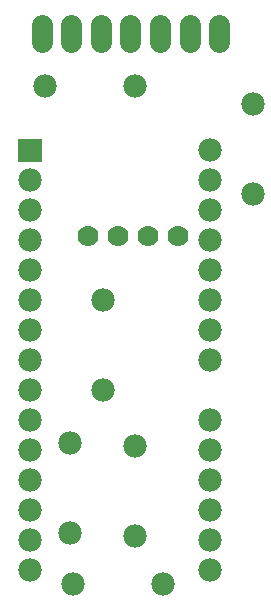
<source format=gbs>
G04 Layer: BottomSolderMaskLayer*
G04 EasyEDA v6.4.25, 2022-02-05T13:35:09+01:00*
G04 1f559c24abfb2adb4286a3190d27404d,956263b731bf459f90372ec277b1d7cd,10*
G04 Gerber Generator version 0.2*
G04 Scale: 100 percent, Rotated: No, Reflected: No *
G04 Dimensions in millimeters *
G04 leading zeros omitted , absolute positions ,4 integer and 5 decimal *
%FSLAX45Y45*%
%MOMM*%

%ADD15C,1.7780*%
%ADD20C,1.8032*%
%ADD21C,1.9812*%
%ADD23C,1.9812*%

%LPD*%
D20*
X787400Y-361800D02*
G01*
X787400Y-501799D01*
X1037412Y-361800D02*
G01*
X1037412Y-501799D01*
X1287398Y-361800D02*
G01*
X1287398Y-501799D01*
X1537411Y-361800D02*
G01*
X1537411Y-501799D01*
X1787397Y-361800D02*
G01*
X1787397Y-501799D01*
X2037410Y-361800D02*
G01*
X2037410Y-501799D01*
X2287397Y-361800D02*
G01*
X2287397Y-501799D01*
D15*
G01*
X1689100Y-2146000D03*
G01*
X1435100Y-2146000D03*
G01*
X1181100Y-2146000D03*
G01*
X1943100Y-2146000D03*
D21*
G01*
X2578100Y-1028700D03*
G01*
X2578100Y-1790700D03*
G01*
X1308100Y-3454400D03*
G01*
X1308100Y-2692400D03*
G01*
X1816100Y-5092700D03*
G01*
X1054100Y-5092700D03*
G01*
X1574800Y-3924300D03*
G01*
X1574800Y-4686300D03*
G01*
X812800Y-876300D03*
G01*
X1574800Y-876300D03*
G01*
X1028700Y-3898900D03*
G01*
X1028700Y-4660900D03*
G36*
X586739Y-1521460D02*
G01*
X586739Y-1323339D01*
X784860Y-1323339D01*
X784860Y-1521460D01*
G37*
D23*
G01*
X685800Y-1676400D03*
G01*
X685800Y-1930400D03*
G01*
X685800Y-2184400D03*
G01*
X685800Y-2438400D03*
G01*
X685800Y-2692400D03*
G01*
X685800Y-2946400D03*
G01*
X685800Y-3200400D03*
G01*
X685800Y-3454400D03*
G01*
X685800Y-3708400D03*
G01*
X685800Y-3962400D03*
G01*
X685800Y-4216400D03*
G01*
X685800Y-4470400D03*
G01*
X685800Y-4724400D03*
G01*
X685800Y-4978400D03*
G01*
X2209800Y-1422400D03*
G01*
X2209800Y-1676400D03*
G01*
X2209800Y-1930400D03*
G01*
X2209800Y-2184400D03*
G01*
X2209800Y-2438400D03*
G01*
X2209800Y-2692400D03*
G01*
X2209800Y-2946400D03*
G01*
X2209800Y-3200400D03*
G01*
X2209800Y-3708400D03*
G01*
X2209800Y-3962400D03*
G01*
X2209800Y-4216400D03*
G01*
X2209800Y-4470400D03*
G01*
X2209800Y-4724400D03*
G01*
X2209800Y-4978400D03*
M02*

</source>
